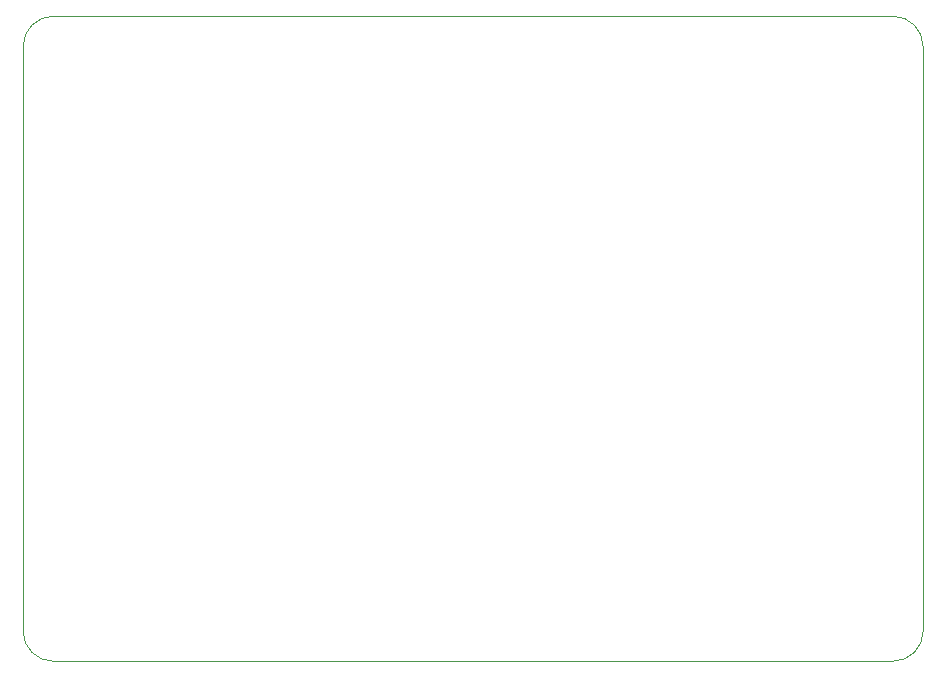
<source format=gbr>
G04 #@! TF.GenerationSoftware,KiCad,Pcbnew,(5.0.2)-1*
G04 #@! TF.CreationDate,2019-09-27T20:29:57-03:00*
G04 #@! TF.ProjectId,circuito-01-com-defeito,63697263-7569-4746-9f2d-30312d636f6d,02*
G04 #@! TF.SameCoordinates,Original*
G04 #@! TF.FileFunction,Profile,NP*
%FSLAX46Y46*%
G04 Gerber Fmt 4.6, Leading zero omitted, Abs format (unit mm)*
G04 Created by KiCad (PCBNEW (5.0.2)-1) date 27-09-2019 20:29:57*
%MOMM*%
%LPD*%
G01*
G04 APERTURE LIST*
%ADD10C,0.100000*%
G04 APERTURE END LIST*
D10*
X184150000Y-121920000D02*
G75*
G02X181610000Y-124460000I-2540000J0D01*
G01*
X181610000Y-69850000D02*
G75*
G02X184150000Y-72390000I0J-2540000D01*
G01*
X107950000Y-72390000D02*
G75*
G02X110490000Y-69850000I2540000J0D01*
G01*
X110490000Y-124460000D02*
G75*
G02X107950000Y-121920000I0J2540000D01*
G01*
X107950000Y-121920000D02*
X107950000Y-72390000D01*
X181610000Y-124460000D02*
X110490000Y-124460000D01*
X184150000Y-72390000D02*
X184150000Y-121920000D01*
X110490000Y-69850000D02*
X181610000Y-69850000D01*
M02*

</source>
